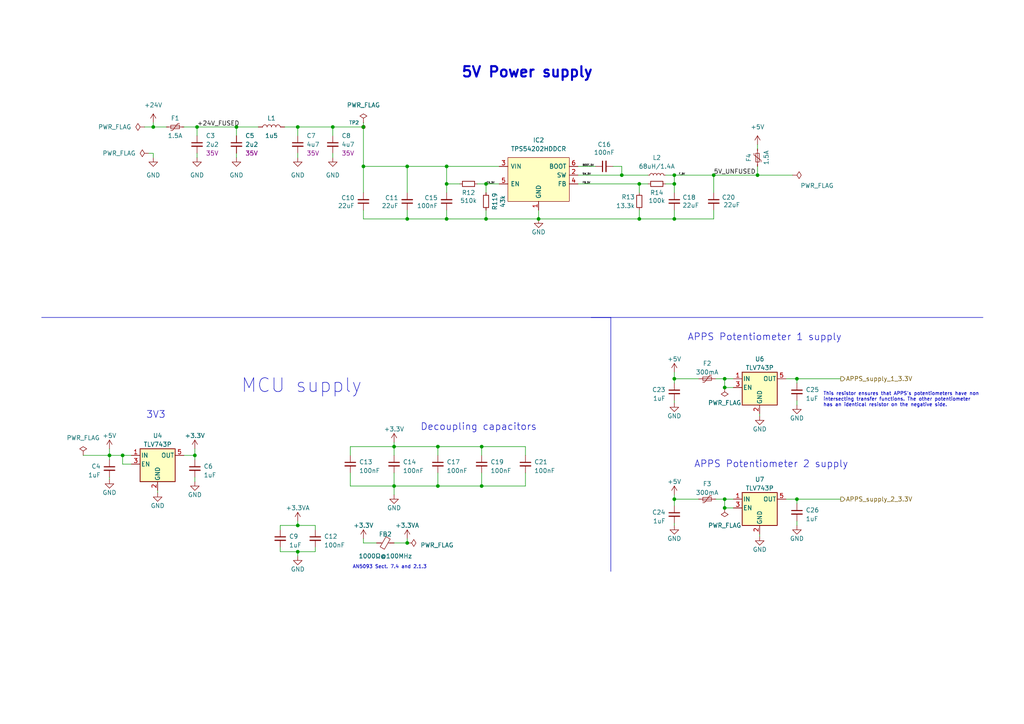
<source format=kicad_sch>
(kicad_sch (version 20231120) (generator "eeschema") (generator_version "8.0")
  (paper "A4")
  (title_block (title "Power section") (date "2023-03-11") (rev "${REVISION}") (company "Author: Szymon Kostrubiec") (comment 1 "Reviewer:"))
  (lib_symbols
    (symbol "Connector:TestPoint_Small" (pin_numbers hide) (pin_names (offset 0.762) hide)
      (property "Reference" "TP" (at 0 3.81 0))
      (property "Value" "TestPoint_Small" (at 0 2.032 0))
      (symbol "TestPoint_Small_0_1"
        (circle (center 0 0) (radius 0.508))
      )
      (symbol "TestPoint_Small_1_1"
        (pin passive line (at 0 0 90) (length 0) (name "1") (number "1"))
      )
    )
    (symbol "Device:C_Small" (pin_numbers hide) (pin_names (offset 0.254) hide)
      (property "Reference" "C" (at 0.254 1.778 0))
      (property "Value" "C_Small" (at 0.254 -2.032 0))
      (symbol "C_Small_0_1"
        (polyline (pts (xy -1.524 -0.508) (xy 1.524 -0.508)) (stroke (width 0.3302)))
        (polyline (pts (xy -1.524 0.508) (xy 1.524 0.508)) (stroke (width 0.3048)))
      )
      (symbol "C_Small_1_1"
        (pin passive line (at 0 2.54 270) (length 2.032) (name "~") (number "1"))
        (pin passive line (at 0 -2.54 90) (length 2.032) (name "~") (number "2"))
      )
    )
    (symbol "Device:FerriteBead_Small" (pin_numbers hide) (pin_names (offset 0))
      (property "Reference" "FB" (at 1.905 1.27 0))
      (property "Value" "FerriteBead_Small" (at 1.905 -1.27 0))
      (symbol "FerriteBead_Small_0_1"
        (polyline (pts (xy 0 -1.27) (xy 0 -0.7874)))
        (polyline (pts (xy 0 0.889) (xy 0 1.2954)))
        (polyline (pts (xy -1.8288 0.2794) (xy -1.1176 1.4986) (xy 1.8288 -0.2032) (xy 1.1176 -1.4224) (xy -1.8288 0.2794)))
      )
      (symbol "FerriteBead_Small_1_1"
        (pin passive line (at 0 2.54 270) (length 1.27) (name "~") (number "1"))
        (pin passive line (at 0 -2.54 90) (length 1.27) (name "~") (number "2"))
      )
    )
    (symbol "Device:L" (pin_numbers hide) (pin_names (offset 1.016) hide)
      (property "Reference" "L" (at -1.27 0 90))
      (property "Value" "L" (at 1.905 0 90))
      (symbol "L_0_1"
        (arc (start 0 -2.54) (mid 0.6323 -1.905) (end 0 -1.27))
        (arc (start 0 -1.27) (mid 0.6323 -0.635) (end 0 0))
        (arc (start 0 0) (mid 0.6323 0.635) (end 0 1.27))
        (arc (start 0 1.27) (mid 0.6323 1.905) (end 0 2.54))
      )
      (symbol "L_1_1"
        (pin passive line (at 0 3.81 270) (length 1.27) (name "1") (number "1"))
        (pin passive line (at 0 -3.81 90) (length 1.27) (name "2") (number "2"))
      )
    )
    (symbol "Device:Polyfuse_Small" (pin_numbers hide) (pin_names (offset 0))
      (property "Reference" "F" (at -1.905 0 90))
      (property "Value" "Polyfuse_Small" (at 1.905 0 90))
      (symbol "Polyfuse_Small_0_1"
        (rectangle (start -0.508 1.27) (end 0.508 -1.27))
        (polyline (pts (xy 0 2.54) (xy 0 -2.54)))
        (polyline (pts (xy -1.016 1.27) (xy -1.016 0.762) (xy 1.016 -0.762) (xy 1.016 -1.27)))
      )
      (symbol "Polyfuse_Small_1_1"
        (pin passive line (at 0 2.54 270) (length 0.635) (name "~") (number "1"))
        (pin passive line (at 0 -2.54 90) (length 0.635) (name "~") (number "2"))
      )
    )
    (symbol "Device:R_Small" (pin_numbers hide) (pin_names (offset 0.254) hide)
      (property "Reference" "R" (at 0.762 0.508 0))
      (property "Value" "R_Small" (at 0.762 -1.016 0))
      (symbol "R_Small_0_1"
        (rectangle (start -0.762 1.778) (end 0.762 -1.778) (stroke (width 0.2032)))
      )
      (symbol "R_Small_1_1"
        (pin passive line (at 0 2.54 270) (length 0.762) (name "~") (number "1"))
        (pin passive line (at 0 -2.54 90) (length 0.762) (name "~") (number "2"))
      )
    )
    (symbol "PWR_FLAG_1" (power) (pin_numbers hide) (pin_names (offset 0) hide)
      (property "Value" "PWR_FLAG" (at 0 3.81 0))
      (symbol "PWR_FLAG_1_0_0"
        (pin power_out line (at 0 0 90) (length 0) (name "~") (number "1"))
      )
      (symbol "PWR_FLAG_1_0_1"
        (polyline (pts (xy 0 0) (xy 0 1.27) (xy -1.016 1.905) (xy 0 2.54) (xy 1.016 1.905) (xy 0 1.27)))
      )
    )
    (symbol "Regulator_Linear:TLV73330PDBV" (pin_names (offset 0.254))
      (property "Reference" "U" (at -3.81 5.715 0))
      (property "Value" "TLV73330PDBV" (at 0 5.715 0))
      (symbol "TLV73330PDBV_0_1"
        (rectangle (start -5.08 4.445) (end 5.08 -5.08) (stroke (width 0.254)) (fill (type background)))
      )
      (symbol "TLV73330PDBV_1_1"
        (pin power_in line (at -7.62 2.54 0) (length 2.54) (name "IN") (number "1"))
        (pin power_in line (at 0 -7.62 90) (length 2.54) (name "GND") (number "2"))
        (pin input line (at -7.62 0 0) (length 2.54) (name "EN") (number "3"))
        (pin no_connect line (at 5.08 0 180) (length 2.54) hide (name "NC") (number "4"))
        (pin power_out line (at 7.62 2.54 180) (length 2.54) (name "OUT") (number "5"))
      )
    )
    (symbol "SamacsysNew:TPS54202HDDCR" (pin_names (offset 0.762))
      (property "Reference" "IC2" (at 0 11.43 0))
      (property "Value" "TPS54202HDDCR" (at 0 8.89 0))
      (symbol "TPS54202HDDCR_0_0"
        (pin passive line (at 11.43 1.27 180) (length 2.54) (name "SW") (number "2"))
        (pin passive line (at -11.43 3.81 0) (length 2.54) (name "VIN") (number "3"))
        (pin passive line (at 11.43 -1.27 180) (length 2.54) (name "FB") (number "4"))
        (pin passive line (at -11.43 -1.27 0) (length 2.54) (name "EN") (number "5"))
        (pin passive line (at 11.43 3.81 180) (length 2.54) (name "BOOT") (number "6"))
      )
      (symbol "TPS54202HDDCR_1_0"
        (pin passive line (at 0 -8.89 90) (length 2.54) (name "GND") (number "1"))
      )
      (symbol "TPS54202HDDCR_1_1"
        (polyline (pts (xy -8.89 6.35) (xy 8.89 6.35) (xy 8.89 -6.35) (xy -8.89 -6.35) (xy -8.89 6.35)) (stroke (width 0.1524)) (fill (type background)))
      )
    )
    (symbol "Samacsys_kicad_sym:SRR4028-271Y" (pin_numbers hide) (pin_names (offset 0) hide)
      (property "Reference" "L" (at 0 5.08 0))
      (property "Value" "270uF" (at 0 2.54 0))
      (symbol "SRR4028-271Y_0_1"
        (arc (start -1.016 0) (mid -1.524 0.5058) (end -2.032 0))
        (arc (start 0 0) (mid -0.508 0.5058) (end -1.016 0))
        (arc (start 1.016 0) (mid 0.508 0.5058) (end 0 0))
        (arc (start 2.032 0) (mid 1.524 0.5058) (end 1.016 0))
      )
      (symbol "SRR4028-271Y_1_1"
        (pin passive line (at -2.54 0 0) (length 0.508) (name "~") (number "1"))
        (pin passive line (at 2.54 0 180) (length 0.508) (name "~") (number "2"))
      )
    )
    (symbol "power:+24V" (power) (pin_names (offset 0))
      (property "Value" "+24V" (at 0 3.556 0))
      (symbol "+24V_0_1"
        (polyline (pts (xy -0.762 1.27) (xy 0 2.54)))
        (polyline (pts (xy 0 0) (xy 0 2.54)))
        (polyline (pts (xy 0 2.54) (xy 0.762 1.27)))
      )
      (symbol "+24V_1_1"
        (pin power_in line (at 0 0 90) (length 0) hide (name "+24V") (number "1"))
      )
    )
    (symbol "power:+3.3V" (power) (pin_names (offset 0))
      (property "Value" "+3.3V" (at 0 3.556 0))
      (symbol "+3.3V_0_1"
        (polyline (pts (xy -0.762 1.27) (xy 0 2.54)))
        (polyline (pts (xy 0 0) (xy 0 2.54)))
        (polyline (pts (xy 0 2.54) (xy 0.762 1.27)))
      )
      (symbol "+3.3V_1_1"
        (pin power_in line (at 0 0 90) (length 0) hide (name "+3.3V") (number "1"))
      )
    )
    (symbol "power:+3.3VA" (power) (pin_names (offset 0))
      (property "Value" "+3.3VA" (at 0 3.556 0))
      (symbol "+3.3VA_0_1"
        (polyline (pts (xy -0.762 1.27) (xy 0 2.54)))
        (polyline (pts (xy 0 0) (xy 0 2.54)))
        (polyline (pts (xy 0 2.54) (xy 0.762 1.27)))
      )
      (symbol "+3.3VA_1_1"
        (pin power_in line (at 0 0 90) (length 0) hide (name "+3.3VA") (number "1"))
      )
    )
    (symbol "power:+5V" (power) (pin_names (offset 0))
      (property "Value" "+5V" (at 0 3.556 0))
      (symbol "+5V_0_1"
        (polyline (pts (xy -0.762 1.27) (xy 0 2.54)))
        (polyline (pts (xy 0 0) (xy 0 2.54)))
        (polyline (pts (xy 0 2.54) (xy 0.762 1.27)))
      )
      (symbol "+5V_1_1"
        (pin power_in line (at 0 0 90) (length 0) hide (name "+5V") (number "1"))
      )
    )
    (symbol "power:GND" (power) (pin_names (offset 0))
      (property "Value" "GND" (at 0 -3.81 0))
      (symbol "GND_0_1"
        (polyline (pts (xy 0 0) (xy 0 -1.27) (xy 1.27 -1.27) (xy 0 -2.54) (xy -1.27 -1.27) (xy 0 -1.27)))
      )
      (symbol "GND_1_1"
        (pin power_in line (at 0 0 270) (length 0) hide (name "GND") (number "1"))
      )
    )
    (symbol "power:PWR_FLAG" (power) (pin_numbers hide) (pin_names (offset 0) hide)
      (property "Value" "PWR_FLAG" (at 0 3.81 0))
      (symbol "PWR_FLAG_0_0"
        (pin power_out line (at 0 0 90) (length 0) (name "pwr") (number "1"))
      )
      (symbol "PWR_FLAG_0_1"
        (polyline (pts (xy 0 0) (xy 0 1.27) (xy -1.016 1.905) (xy 0 2.54) (xy 1.016 1.905) (xy 0 1.27)))
      )
    )
  )
  (junction (at 86.36 36.83))
  (junction (at 139.7 140.97))
  (junction (at 210.185 147.32))
  (junction (at 44.45 36.83))
  (junction (at 127 140.97))
  (junction (at 56.515 132.08))
  (junction (at 35.56 132.08))
  (junction (at 118.11 157.48))
  (junction (at 31.75 132.08))
  (junction (at 185.42 53.34))
  (junction (at 129.54 63.5))
  (junction (at 86.36 152.4))
  (junction (at 105.41 36.83))
  (junction (at 210.185 109.855))
  (junction (at 129.54 48.26))
  (junction (at 96.52 36.83))
  (junction (at 114.3 140.97))
  (junction (at 129.54 53.34))
  (junction (at 105.41 48.26))
  (junction (at 219.71 50.8))
  (junction (at 185.42 63.5))
  (junction (at 68.58 36.83))
  (junction (at 195.58 53.34))
  (junction (at 195.58 50.8))
  (junction (at 195.58 144.78))
  (junction (at 231.14 144.78))
  (junction (at 86.36 160.02))
  (junction (at 180.34 50.8))
  (junction (at 231.14 109.855))
  (junction (at 210.185 112.395))
  (junction (at 118.11 48.26))
  (junction (at 156.21 63.5))
  (junction (at 195.58 63.5))
  (junction (at 195.58 109.855))
  (junction (at 207.01 50.8))
  (junction (at 140.97 53.34))
  (junction (at 114.3 129.54))
  (junction (at 118.11 63.5))
  (junction (at 57.15 36.83))
  (junction (at 210.185 144.78))
  (junction (at 140.97 63.5))
  (junction (at 127 129.54))
  (junction (at 139.7 129.54))
  (wire (pts (xy 177.8 48.26) (xy 180.34 48.26)))
  (wire (pts (xy 227.965 144.78) (xy 231.14 144.78)))
  (wire (pts (xy 220.345 120.015) (xy 220.345 120.65)))
  (wire (pts (xy 210.185 144.78) (xy 210.185 147.32)))
  (wire (pts (xy 101.6 140.97) (xy 101.6 137.16)))
  (wire (pts (xy 105.41 48.26) (xy 118.11 48.26)))
  (wire (pts (xy 195.58 116.205) (xy 195.58 116.84)))
  (wire (pts (xy 81.28 158.75) (xy 81.28 160.02)))
  (wire (pts (xy 86.36 151.13) (xy 86.36 152.4)))
  (wire (pts (xy 129.54 48.26) (xy 118.11 48.26)))
  (wire (pts (xy 81.28 152.4) (xy 86.36 152.4)))
  (wire (pts (xy 96.52 44.45) (xy 96.52 45.72)))
  (wire (pts (xy 56.515 132.08) (xy 56.515 133.35)))
  (wire (pts (xy 195.58 53.34) (xy 195.58 55.88)))
  (wire (pts (xy 105.41 157.48) (xy 109.22 157.48)))
  (polyline (pts (xy 177.165 92.075) (xy 171.45 92.075)))
  (wire (pts (xy 118.11 63.5) (xy 129.54 63.5)))
  (wire (pts (xy 105.41 36.83) (xy 105.41 48.26)))
  (wire (pts (xy 44.45 44.45) (xy 44.45 45.72)))
  (wire (pts (xy 57.15 36.83) (xy 68.58 36.83)))
  (wire (pts (xy 195.58 107.95) (xy 195.58 109.855)))
  (wire (pts (xy 129.54 53.34) (xy 129.54 55.88)))
  (wire (pts (xy 195.58 111.125) (xy 195.58 109.855)))
  (wire (pts (xy 231.14 151.13) (xy 231.14 152.4)))
  (wire (pts (xy 35.56 132.08) (xy 38.1 132.08)))
  (wire (pts (xy 231.14 116.205) (xy 231.14 117.475)))
  (wire (pts (xy 193.04 50.8) (xy 195.58 50.8)))
  (wire (pts (xy 45.72 142.24) (xy 45.72 142.875)))
  (wire (pts (xy 140.97 63.5) (xy 156.21 63.5)))
  (wire (pts (xy 139.7 140.97) (xy 127 140.97)))
  (wire (pts (xy 105.41 156.21) (xy 105.41 157.48)))
  (wire (pts (xy 68.58 36.83) (xy 74.93 36.83)))
  (wire (pts (xy 43.18 44.45) (xy 44.45 44.45)))
  (wire (pts (xy 53.34 132.08) (xy 56.515 132.08)))
  (wire (pts (xy 81.28 153.67) (xy 81.28 152.4)))
  (wire (pts (xy 167.64 53.34) (xy 185.42 53.34)))
  (wire (pts (xy 105.41 63.5) (xy 118.11 63.5)))
  (wire (pts (xy 68.58 36.83) (xy 68.58 39.37)))
  (wire (pts (xy 180.34 50.8) (xy 180.34 48.26)))
  (wire (pts (xy 86.36 152.4) (xy 91.44 152.4)))
  (wire (pts (xy 140.97 60.96) (xy 140.97 63.5)))
  (wire (pts (xy 86.36 36.83) (xy 96.52 36.83)))
  (wire (pts (xy 227.965 109.855) (xy 231.14 109.855)))
  (wire (pts (xy 68.58 44.45) (xy 68.58 45.72)))
  (wire (pts (xy 127 137.16) (xy 127 140.97)))
  (wire (pts (xy 31.75 132.08) (xy 35.56 132.08)))
  (wire (pts (xy 167.64 48.26) (xy 172.72 48.26)))
  (wire (pts (xy 139.7 129.54) (xy 139.7 132.08)))
  (wire (pts (xy 219.71 50.8) (xy 229.87 50.8)))
  (wire (pts (xy 91.44 160.02) (xy 91.44 158.75)))
  (wire (pts (xy 114.3 137.16) (xy 114.3 140.97)))
  (wire (pts (xy 210.185 144.78) (xy 212.725 144.78)))
  (wire (pts (xy 114.3 128.27) (xy 114.3 129.54)))
  (wire (pts (xy 207.645 144.78) (xy 210.185 144.78)))
  (wire (pts (xy 231.14 144.78) (xy 231.14 146.05)))
  (wire (pts (xy 195.58 144.78) (xy 195.58 146.685)))
  (wire (pts (xy 129.54 48.26) (xy 129.54 53.34)))
  (wire (pts (xy 152.4 137.16) (xy 152.4 140.97)))
  (wire (pts (xy 129.54 48.26) (xy 144.78 48.26)))
  (wire (pts (xy 138.43 53.34) (xy 140.97 53.34)))
  (wire (pts (xy 152.4 132.08) (xy 152.4 129.54)))
  (wire (pts (xy 101.6 129.54) (xy 114.3 129.54)))
  (wire (pts (xy 129.54 53.34) (xy 133.35 53.34)))
  (wire (pts (xy 195.58 151.765) (xy 195.58 152.4)))
  (wire (pts (xy 105.41 60.96) (xy 105.41 63.5)))
  (wire (pts (xy 114.3 129.54) (xy 127 129.54)))
  (wire (pts (xy 219.71 48.26) (xy 219.71 50.8)))
  (wire (pts (xy 86.36 160.02) (xy 86.36 161.29)))
  (wire (pts (xy 185.42 55.88) (xy 185.42 53.34)))
  (wire (pts (xy 127 140.97) (xy 114.3 140.97)))
  (wire (pts (xy 207.645 109.855) (xy 210.185 109.855)))
  (wire (pts (xy 118.11 48.26) (xy 118.11 55.88)))
  (wire (pts (xy 156.21 63.5) (xy 185.42 63.5)))
  (wire (pts (xy 31.75 133.35) (xy 31.75 132.08)))
  (wire (pts (xy 57.15 36.83) (xy 57.15 39.37)))
  (wire (pts (xy 114.3 157.48) (xy 118.11 157.48)))
  (polyline (pts (xy 177.165 165.735) (xy 177.165 92.075)))
  (wire (pts (xy 220.345 154.94) (xy 220.345 155.575)))
  (wire (pts (xy 86.36 36.83) (xy 86.36 39.37)))
  (wire (pts (xy 193.04 53.34) (xy 195.58 53.34)))
  (wire (pts (xy 152.4 140.97) (xy 139.7 140.97)))
  (wire (pts (xy 41.91 36.83) (xy 44.45 36.83)))
  (wire (pts (xy 210.185 109.855) (xy 210.185 112.395)))
  (wire (pts (xy 195.58 143.51) (xy 195.58 144.78)))
  (polyline (pts (xy 177.165 92.075) (xy 285.115 92.075)))
  (wire (pts (xy 56.515 138.43) (xy 56.515 139.7)))
  (wire (pts (xy 152.4 129.54) (xy 139.7 129.54)))
  (wire (pts (xy 57.15 44.45) (xy 57.15 45.72)))
  (wire (pts (xy 212.725 112.395) (xy 210.185 112.395)))
  (wire (pts (xy 129.54 63.5) (xy 140.97 63.5)))
  (wire (pts (xy 195.58 144.78) (xy 202.565 144.78)))
  (wire (pts (xy 56.515 130.175) (xy 56.515 132.08)))
  (wire (pts (xy 195.58 50.8) (xy 195.58 53.34)))
  (wire (pts (xy 105.41 35.56) (xy 105.41 36.83)))
  (wire (pts (xy 31.75 138.43) (xy 31.75 139.065)))
  (wire (pts (xy 96.52 36.83) (xy 96.52 39.37)))
  (wire (pts (xy 195.58 63.5) (xy 185.42 63.5)))
  (wire (pts (xy 195.58 109.855) (xy 202.565 109.855)))
  (wire (pts (xy 231.14 109.855) (xy 231.14 111.125)))
  (wire (pts (xy 91.44 152.4) (xy 91.44 153.67)))
  (wire (pts (xy 82.55 36.83) (xy 86.36 36.83)))
  (wire (pts (xy 140.97 53.34) (xy 140.97 55.88)))
  (wire (pts (xy 231.14 109.855) (xy 243.84 109.855)))
  (wire (pts (xy 24.13 132.08) (xy 31.75 132.08)))
  (wire (pts (xy 35.56 132.08) (xy 35.56 134.62)))
  (wire (pts (xy 210.185 109.855) (xy 212.725 109.855)))
  (wire (pts (xy 139.7 137.16) (xy 139.7 140.97)))
  (wire (pts (xy 127 129.54) (xy 139.7 129.54)))
  (wire (pts (xy 195.58 50.8) (xy 207.01 50.8)))
  (wire (pts (xy 185.42 53.34) (xy 187.96 53.34)))
  (wire (pts (xy 180.34 50.8) (xy 187.96 50.8)))
  (wire (pts (xy 118.11 157.48) (xy 118.11 156.21)))
  (wire (pts (xy 167.64 50.8) (xy 180.34 50.8)))
  (wire (pts (xy 207.01 60.96) (xy 207.01 63.5)))
  (wire (pts (xy 127 129.54) (xy 127 132.08)))
  (wire (pts (xy 86.36 160.02) (xy 91.44 160.02)))
  (wire (pts (xy 140.97 53.34) (xy 144.78 53.34)))
  (wire (pts (xy 114.3 129.54) (xy 114.3 132.08)))
  (wire (pts (xy 118.11 60.96) (xy 118.11 63.5)))
  (wire (pts (xy 114.3 140.97) (xy 114.3 143.51)))
  (wire (pts (xy 207.01 63.5) (xy 195.58 63.5)))
  (wire (pts (xy 129.54 63.5) (xy 129.54 60.96)))
  (wire (pts (xy 96.52 36.83) (xy 105.41 36.83)))
  (wire (pts (xy 219.71 41.91) (xy 219.71 43.18)))
  (wire (pts (xy 231.14 144.78) (xy 243.84 144.78)))
  (wire (pts (xy 44.45 36.83) (xy 48.26 36.83)))
  (wire (pts (xy 156.21 60.96) (xy 156.21 63.5)))
  (wire (pts (xy 212.725 147.32) (xy 210.185 147.32)))
  (wire (pts (xy 207.01 50.8) (xy 207.01 55.88)))
  (polyline (pts (xy 12.065 92.075) (xy 177.165 92.075)))
  (wire (pts (xy 53.34 36.83) (xy 57.15 36.83)))
  (wire (pts (xy 44.45 35.56) (xy 44.45 36.83)))
  (wire (pts (xy 38.1 134.62) (xy 35.56 134.62)))
  (wire (pts (xy 86.36 44.45) (xy 86.36 45.72)))
  (wire (pts (xy 207.01 50.8) (xy 219.71 50.8)))
  (wire (pts (xy 31.75 130.175) (xy 31.75 132.08)))
  (wire (pts (xy 105.41 48.26) (xy 105.41 55.88)))
  (wire (pts (xy 101.6 132.08) (xy 101.6 129.54)))
  (wire (pts (xy 195.58 60.96) (xy 195.58 63.5)))
  (wire (pts (xy 185.42 63.5) (xy 185.42 60.96)))
  (wire (pts (xy 114.3 140.97) (xy 101.6 140.97)))
  (wire (pts (xy 81.28 160.02) (xy 86.36 160.02)))
  (text "APPS Potentiometer 2 supply" (at 201.295 135.89 0) (effects (font (size 2 2)) (justify left bottom)))
  (text "5V Power supply\n" (at 152.908 21.082 0) (effects (font (size 3 3) (thickness 0.6) (bold yes))))
  (text "Decoupling capacitors" (at 121.92 125.095 0) (effects (font (size 2 2)) (justify left bottom)))
  (text "3V3" (at 45.212 120.396 0) (effects (font (size 2 2))))
  (text "AN5093 Sect. 7.4 and 2.1.3" (at 102.235 165.1 0) (effects (font (size 1 1)) (justify left bottom)))
  (text "This resistor ensures that APPS's potentiometers have non \nintersecting transfer functions. The other potentiometer \nhas an identical resistor on the negative side." (at 238.76 118.11 0) (effects (font (size 1 1)) (justify left bottom)))
  (text "APPS Potentiometer 1 supply" (at 199.39 99.06 0) (effects (font (size 2 2)) (justify left bottom)))
  (text "MCU supply" (at 69.85 114.3 0) (effects (font (size 4 4)) (justify left bottom)))
  (label "5V_UNFUSED" (at 207.01 50.8 0))
  (label "SW_5V" (at 168.91 50.8 0) (effects (font (size 0.5 0.5))))
  (label "BOOT_5V" (at 168.91 48.26 0) (effects (font (size 0.5 0.5))))
  (label "+24V_FUSED" (at 57.15 36.83 0))
  (label "F_5V" (at 196.85 50.8 0) (effects (font (size 0.5 0.5))))
  (label "FB_5V" (at 168.91 53.34 0) (effects (font (size 0.5 0.5))))
  (label "EN_5V" (at 143.51 53.34 180) (effects (font (size 0.5 0.5))))
  (hierarchical_label "APPS_supply_2_3.3V" (shape output) (at 243.84 144.78 0))
  (hierarchical_label "APPS_supply_1_3.3V" (shape output) (at 243.84 109.855 0))
  (symbol (lib_id "power:PWR_FLAG") (at 229.87 50.8 270) (unit 1)
    (property "Reference" "#FLG06" (effects (hide yes)))
    (property "Value" "PWR_FLAG" (at 232.156 53.848 90) (effects (justify left)))
  )
  (symbol (lib_id "power:PWR_FLAG") (at 210.185 112.395 180) (unit 1)
    (property "Reference" "#FLG07" (effects (hide yes)))
    (property "Value" "PWR_FLAG" (at 210.185 116.84 0))
  )
  (symbol (lib_id "Device:C_Small") (at 105.41 58.42 180) (unit 1)
    (property "Reference" "C10" (at 102.87 57.3786 0) (effects (justify left)))
    (property "Value" "22uF" (at 102.87 59.69 0) (effects (justify left)))
    (property "Footprint" "Capacitor_SMD:C_0805_2012Metric" (effects (hide yes)))
    (property "Manufacturer_Name" "MCASH21GCC7684MTCA1J" (effects (hide yes)))
    (property "Manufacturer_Part_Number" "CL21A107MQYNNWE" (effects (hide yes)))
    (property "Mouser Part Number" "810-C2012X5R1V226MAC" (effects (hide yes)))
  )
  (symbol (lib_name "PWR_FLAG_1") (lib_id "power:PWR_FLAG") (at 24.13 132.08 0) (unit 1)
    (property "Reference" "#FLG011" (effects (hide yes)))
    (property "Value" "PWR_FLAG" (at 24.13 127 0))
    (property "Description" "Special symbol for telling ERC where power comes from" (effects (hide yes)))
  )
  (symbol (lib_id "Device:C_Small") (at 31.75 135.89 0) (mirror y) (unit 1)
    (property "Reference" "C4" (at 29.21 135.2613 0) (effects (justify left)))
    (property "Value" "1uF" (at 29.21 137.8013 0) (effects (justify left)))
    (property "Footprint" "Capacitor_SMD:C_0402_1005Metric_Pad0.74x0.62mm_HandSolder" (effects (hide yes)))
  )
  (symbol (lib_id "Device:C_Small") (at 195.58 113.665 0) (mirror y) (unit 1)
    (property "Reference" "C23" (at 193.04 113.0363 0) (effects (justify left)))
    (property "Value" "1uF" (at 193.04 115.5763 0) (effects (justify left)))
    (property "Footprint" "Capacitor_SMD:C_0402_1005Metric_Pad0.74x0.62mm_HandSolder" (effects (hide yes)))
  )
  (symbol (lib_id "Regulator_Linear:TLV73330PDBV") (at 220.345 147.32 0) (unit 1)
    (property "Reference" "U7" (at 220.345 139.065 0))
    (property "Value" "TLV743P" (at 220.345 141.605 0))
    (property "Footprint" "Package_TO_SOT_SMD:SOT-23-5_HandSoldering" (effects (hide yes)))
    (property "Datasheet" "https://www.mouser.pl/ProductDetail/Texas-Instruments/TLV74333PDBVR?qs=EU6FO9ffTwe08kePOwcQGA%3D%3D" (effects (hide yes)))
  )
  (symbol (lib_id "Device:R_Small") (at 140.97 58.42 0) (unit 1)
    (property "Reference" "R119" (at 143.51 58.42 90))
    (property "Value" "43k" (at 145.8214 58.42 90))
    (property "Footprint" "Resistor_SMD:R_0603_1608Metric" (effects (hide yes)))
    (property "Manufacturer_Name" "--" (effects (hide yes)))
    (property "Manufacturer_Part_Number" "RT0603DRD07510KL" (effects (hide yes)))
    (property "Mouser Part Number" "603-RT0603DRD07510KL" (effects (hide yes)))
    (property "Mouser Price/Stock" "https://www.mouser.pl/ProductDetail/YAGEO/RT0603DRD07510KL?qs=sGAEpiMZZMvdGkrng054ty4ODOmm8zHWC2NtN%2FxoXMDt5RcWrhCwTg%3D%3D" (effects (hide yes)))
  )
  (symbol (lib_id "Device:C_Small") (at 114.3 134.62 0) (unit 1)
    (property "Reference" "C14" (at 116.84 133.9913 0) (effects (justify left)))
    (property "Value" "100nF" (at 116.84 136.5313 0) (effects (justify left)))
    (property "Footprint" "Capacitor_SMD:C_0402_1005Metric_Pad0.74x0.62mm_HandSolder" (effects (hide yes)))
  )
  (symbol (lib_id "Device:C_Small") (at 57.15 41.91 0) (mirror y) (unit 1)
    (property "Reference" "C3" (at 59.69 39.37 0) (effects (justify right)))
    (property "Value" "2u2" (at 59.69 41.91 0) (effects (justify right)))
    (property "Footprint" "Capacitor_SMD:C_0805_2012Metric" (effects (hide yes)))
    (property "Rated Voltage" "35V" (at 59.69 44.45 0) (effects (justify right)))
  )
  (symbol (lib_id "power:+3.3VA") (at 118.11 156.21 0) (unit 1)
    (property "Reference" "#PWR046" (effects (hide yes)))
    (property "Value" "+3.3VA" (at 118.11 152.4 0))
  )
  (symbol (lib_id "Device:C_Small") (at 118.11 58.42 180) (unit 1)
    (property "Reference" "C11" (at 115.57 57.3786 0) (effects (justify left)))
    (property "Value" "22uF" (at 115.57 59.69 0) (effects (justify left)))
    (property "Footprint" "Capacitor_SMD:C_0805_2012Metric" (effects (hide yes)))
    (property "Manufacturer_Name" "MCASH21GCC7684MTCA1J" (effects (hide yes)))
    (property "Manufacturer_Part_Number" "CL21A107MQYNNWE" (effects (hide yes)))
    (property "Mouser Part Number" "810-C2012X5R1V226MAC" (effects (hide yes)))
  )
  (symbol (lib_id "Regulator_Linear:TLV73330PDBV") (at 45.72 134.62 0) (unit 1)
    (property "Reference" "U4" (at 45.72 126.365 0))
    (property "Value" "TLV743P" (at 45.72 128.905 0))
    (property "Footprint" "Package_TO_SOT_SMD:SOT-23-5_HandSoldering" (effects (hide yes)))
    (property "Datasheet" "https://www.mouser.pl/ProductDetail/Texas-Instruments/TLV74333PDBVR?qs=EU6FO9ffTwe08kePOwcQGA%3D%3D" (effects (hide yes)))
  )
  (symbol (lib_id "power:GND") (at 114.3 143.51 0) (unit 1)
    (property "Reference" "#PWR045" (effects (hide yes)))
    (property "Value" "GND" (at 114.3 147.32 0))
  )
  (symbol (lib_id "Device:Polyfuse_Small") (at 50.8 36.83 90) (unit 1)
    (property "Reference" "F1" (at 50.8 34.29 90))
    (property "Value" "1.5A" (at 50.8 39.37 90))
    (property "Footprint" "Fuse:Fuse_1812_4532Metric" (effects (hide yes)))
    (property "Datasheet" "https://www.mouser.pl/datasheet/2/87/eaton_pts1812_6_60_volt_dc_surface_mount_resettabl-1608747.pdf" (effects (hide yes)))
    (property "Component" "PTS181233V075" (effects (hide yes)))
    (instances (project "PUTM_EV_Frontbox_2023" (path "" (reference "F1") (unit 1))) (project "suspension_tension_meter" (path "" (reference "F?") (unit 1))))
  )
  (symbol (lib_id "Device:R_Small") (at 135.89 53.34 270) (unit 1)
    (property "Reference" "R12" (at 135.89 55.88 90))
    (property "Value" "510k" (at 135.89 58.1914 90))
    (property "Footprint" "Resistor_SMD:R_0603_1608Metric" (effects (hide yes)))
    (property "Manufacturer_Name" "--" (effects (hide yes)))
    (property "Manufacturer_Part_Number" "RT0603DRD07510KL" (effects (hide yes)))
    (property "Mouser Part Number" "603-RT0603DRD07510KL" (effects (hide yes)))
    (property "Mouser Price/Stock" "https://www.mouser.pl/ProductDetail/YAGEO/RT0603DRD07510KL?qs=sGAEpiMZZMvdGkrng054ty4ODOmm8zHWC2NtN%2FxoXMDt5RcWrhCwTg%3D%3D" (effects (hide yes)))
  )
  (symbol (lib_id "power:GND") (at 231.14 152.4 0) (unit 1)
    (property "Reference" "#PWR059" (effects (hide yes)))
    (property "Value" "GND" (at 231.14 156.21 0))
  )
  (symbol (lib_id "Device:L") (at 78.74 36.83 90) (unit 1)
    (property "Reference" "L1" (at 78.74 34.29 90))
    (property "Value" "1u5" (at 78.74 39.37 90))
    (property "Footprint" "Inductor_SMD:L_Abracon_ASPI-4030S" (effects (hide yes)))
    (property "Datasheet" "https://www.mouser.pl/datasheet/2/3/ASPI-4030S-1774929.pdf" (effects (hide yes)))
  )
  (symbol (lib_id "Device:C_Small") (at 175.26 48.26 90) (unit 1)
    (property "Reference" "C16" (at 175.26 41.91 90))
    (property "Value" "100nF" (at 175.26 44.2214 90))
    (property "Footprint" "Capacitor_SMD:C_0603_1608Metric" (effects (hide yes)))
    (property "Manufacturer_Name" "--" (effects (hide yes)))
    (property "Manufacturer_Part_Number" "C0603C104J3RACTU" (effects (hide yes)))
    (property "Mouser Part Number" "--" (effects (hide yes)))
    (property "Mouser Price/Stock" "https://www.mouser.pl/ProductDetail/KEMET/C0603C104J3RACTU?qs=EHsFn6hSx4W0Oy0I8JUofQ%3D%3D" (effects (hide yes)))
  )
  (symbol (lib_id "power:GND") (at 220.345 155.575 0) (unit 1)
    (property "Reference" "#PWR057" (effects (hide yes)))
    (property "Value" "GND" (at 220.345 159.385 0))
  )
  (symbol (lib_id "power:PWR_FLAG") (at 118.11 157.48 270) (unit 1)
    (property "Reference" "#FLG05" (effects (hide yes)))
    (property "Value" "PWR_FLAG" (at 121.92 158.115 90) (effects (justify left)))
  )
  (symbol (lib_id "power:+3.3V") (at 56.515 130.175 0) (unit 1)
    (property "Reference" "#PWR033" (effects (hide yes)))
    (property "Value" "+3.3V" (at 56.515 126.365 0))
  )
  (symbol (lib_id "Device:Polyfuse_Small") (at 205.105 144.78 90) (unit 1)
    (property "Reference" "F3" (at 205.105 140.335 90))
    (property "Value" "300mA" (at 205.105 142.875 90))
    (property "Footprint" "Fuse:Fuse_0603_1608Metric_Pad1.05x0.95mm_HandSolder" (effects (hide yes)))
    (property "Datasheet" "https://www.mouser.pl/datasheet/2/447/YAGO_S_A0011407805_1-2572780.pdf" (effects (hide yes)))
  )
  (symbol (lib_id "Device:Polyfuse_Small") (at 219.71 45.72 180) (unit 1)
    (property "Reference" "F4" (at 217.17 45.72 90))
    (property "Value" "1.5A" (at 222.25 45.72 90))
    (property "Footprint" "Fuse:Fuse_1812_4532Metric" (effects (hide yes)))
    (property "Datasheet" "https://www.mouser.pl/datasheet/2/87/eaton_pts1812_6_60_volt_dc_surface_mount_resettabl-1608747.pdf" (effects (hide yes)))
    (property "Component" "PTS181233V075" (effects (hide yes)))
  )
  (symbol (lib_id "Device:C_Small") (at 86.36 41.91 0) (mirror y) (unit 1)
    (property "Reference" "C7" (at 88.9 39.37 0) (effects (justify right)))
    (property "Value" "4u7" (at 88.9 41.91 0) (effects (justify right)))
    (property "Footprint" "Capacitor_SMD:C_0805_2012Metric" (effects (hide yes)))
    (property "Rated Voltage" "35V" (at 88.9 44.45 0) (effects (justify right)))
  )
  (symbol (lib_id "Device:C_Small") (at 68.58 41.91 0) (mirror y) (unit 1)
    (property "Reference" "C5" (at 71.12 39.37 0) (effects (justify right)))
    (property "Value" "2u2" (at 71.12 41.91 0) (effects (justify right)))
    (property "Footprint" "Capacitor_SMD:C_0805_2012Metric" (effects (hide yes)))
    (property "Rated Voltage" "35V" (at 71.12 44.45 0) (effects (justify right)))
  )
  (symbol (lib_id "Device:C_Small") (at 139.7 134.62 0) (unit 1)
    (property "Reference" "C19" (at 142.24 133.9913 0) (effects (justify left)))
    (property "Value" "100nF" (at 142.24 136.5313 0) (effects (justify left)))
    (property "Footprint" "Capacitor_SMD:C_0402_1005Metric_Pad0.74x0.62mm_HandSolder" (effects (hide yes)))
  )
  (symbol (lib_id "power:+5V") (at 31.75 130.175 0) (unit 1)
    (property "Reference" "#PWR029" (effects (hide yes)))
    (property "Value" "+5V" (at 31.75 126.365 0))
  )
  (symbol (lib_id "power:GND") (at 86.36 161.29 0) (unit 1)
    (property "Reference" "#PWR038" (effects (hide yes)))
    (property "Value" "GND" (at 86.36 165.1 0))
  )
  (symbol (lib_id "Device:C_Small") (at 195.58 149.225 0) (mirror y) (unit 1)
    (property "Reference" "C24" (at 193.04 148.5963 0) (effects (justify left)))
    (property "Value" "1uF" (at 193.04 151.1363 0) (effects (justify left)))
    (property "Footprint" "Capacitor_SMD:C_0402_1005Metric_Pad0.74x0.62mm_HandSolder" (effects (hide yes)))
  )
  (symbol (lib_id "Samacsys_kicad_sym:SRR4028-271Y") (at 190.5 50.8 0) (unit 1)
    (property "Reference" "L2" (at 190.5 45.72 0))
    (property "Value" "68uH/1.4A" (at 190.5 48.26 0))
    (property "Footprint" "Inductor_SMD:L_TDK_VLS6045EX_VLS6045AF" (effects (hide yes)))
    (property "Datasheet" "https://product.tdk.com/system/files/dam/doc/product/inductor/inductor/smd/catalog/inductor_commercial_power_vls6045ex_en.pdf" (effects (hide yes)))
    (property "Description" "Power Inductors - SMD 68uH 20% 0.31mohms 1A 6x6x4.5mm" (effects (hide yes)))
    (property "Height" "4.5mm" (effects (hide yes)))
    (property "Mouser Part Number" "810-VLS6045EX-680M" (effects (hide yes)))
    (property "Mouser Price/Stock" "https://www.mouser.pl/ProductDetail/TDK/VLS6045EX-680M?qs=oF%2FSscNnLpBLjomrKRgHaA%3D%3D" (effects (hide yes)))
    (property "Manufacturer_Name" "TDK" (effects (hide yes)))
    (property "Manufacturer_Part_Number" " VLS6045EX-680M" (effects (hide yes)))
  )
  (symbol (lib_id "power:+5V") (at 195.58 143.51 0) (unit 1)
    (property "Reference" "#PWR054" (effects (hide yes)))
    (property "Value" "+5V" (at 195.58 139.7 0))
  )
  (symbol (lib_id "Device:C_Small") (at 207.01 58.42 0) (unit 1)
    (property "Reference" "C20" (at 209.3468 57.2516 0) (effects (justify left)))
    (property "Value" "22uF" (at 209.804 59.436 0) (effects (justify left)))
    (property "Footprint" "Capacitor_SMD:C_0805_2012Metric" (effects (hide yes)))
    (property "Manufacturer_Name" "MCASH21GCC7684MTCA1J" (effects (hide yes)))
    (property "Manufacturer_Part_Number" "CL21A107MQYNNWE" (effects (hide yes)))
    (property "Mouser Part Number" "810-C2012X5R1V226MAC" (effects (hide yes)))
  )
  (symbol (lib_id "Regulator_Linear:TLV73330PDBV") (at 220.345 112.395 0) (unit 1)
    (property "Reference" "U6" (at 220.345 104.14 0))
    (property "Value" "TLV743P" (at 220.345 106.68 0))
    (property "Footprint" "Package_TO_SOT_SMD:SOT-23-5_HandSoldering" (effects (hide yes)))
    (property "Datasheet" "https://www.mouser.pl/ProductDetail/Texas-Instruments/TLV74333PDBVR?qs=EU6FO9ffTwe08kePOwcQGA%3D%3D" (effects (hide yes)))
  )
  (symbol (lib_id "power:GND") (at 220.345 120.65 0) (unit 1)
    (property "Reference" "#PWR056" (effects (hide yes)))
    (property "Value" "GND" (at 220.345 124.46 0))
  )
  (symbol (lib_id "Device:C_Small") (at 96.52 41.91 0) (mirror y) (unit 1)
    (property "Reference" "C8" (at 99.06 39.37 0) (effects (justify right)))
    (property "Value" "4u7" (at 99.06 41.91 0) (effects (justify right)))
    (property "Footprint" "Capacitor_SMD:C_0805_2012Metric" (effects (hide yes)))
    (property "Rated Voltage" "35V" (at 99.06 44.45 0) (effects (justify right)))
  )
  (symbol (lib_id "power:PWR_FLAG") (at 210.185 147.32 180) (unit 1)
    (property "Reference" "#FLG08" (effects (hide yes)))
    (property "Value" "PWR_FLAG" (at 210.185 152.4 0))
  )
  (symbol (lib_id "Connector:TestPoint_Small") (at 105.41 36.83 0) (unit 1)
    (property "Reference" "TP2" (at 104.14 35.56 0) (effects (font (size 1 1)) (justify right)))
    (property "Value" "TestPoint_Small" (effects (hide yes)))
    (property "Footprint" "TestPoint:TestPoint_THTPad_D1.0mm_Drill0.5mm" (effects (hide yes)))
  )
  (symbol (lib_id "Device:R_Small") (at 190.5 53.34 90) (unit 1)
    (property "Reference" "R14" (at 190.5 55.88 90))
    (property "Value" "100k" (at 190.5 58.1914 90))
    (property "Footprint" "Resistor_SMD:R_0603_1608Metric" (effects (hide yes)))
    (property "Manufacturer_Name" "--" (effects (hide yes)))
    (property "Manufacturer_Part_Number" "RT0603DRE07100KL" (effects (hide yes)))
    (property "Mouser Part Number" "--" (effects (hide yes)))
    (property "Mouser Price/Stock" "https://www.mouser.pl/ProductDetail/YAGEO/RT0603DRE07100KL?qs=sGAEpiMZZMvdGkrng054t1nmr2c61WvadC66rbrHowc%3D" (effects (hide yes)))
  )
  (symbol (lib_id "power:PWR_FLAG") (at 43.18 44.45 90) (unit 1)
    (property "Reference" "#FLG03" (effects (hide yes)))
    (property "Value" "PWR_FLAG" (at 39.37 44.45 90) (effects (justify left)))
    (instances (project "PUTM_EV_Frontbox_2023" (path "" (reference "#FLG03") (unit 1))) (project "suspension_tension_meter" (path "" (reference "#FLG?") (unit 1))))
  )
  (symbol (lib_id "power:GND") (at 156.21 63.5 0) (unit 1)
    (property "Reference" "#PWR042" (effects (hide yes)))
    (property "Value" "GND" (at 156.21 67.31 0))
  )
  (symbol (lib_id "power:GND") (at 45.72 142.875 0) (unit 1)
    (property "Reference" "#PWR032" (effects (hide yes)))
    (property "Value" "GND" (at 45.72 146.685 0))
  )
  (symbol (lib_id "power:GND") (at 44.45 45.72 0) (unit 1)
    (property "Reference" "#PWR027" (effects (hide yes)))
    (property "Value" "GND" (at 44.45 50.8 0))
    (instances (project "PUTM_EV_Frontbox_2023" (path "" (reference "#PWR027") (unit 1))) (project "suspension_tension_meter" (path "" (reference "#PWR?") (unit 1))))
  )
  (symbol (lib_id "power:+5V") (at 195.58 107.95 0) (unit 1)
    (property "Reference" "#PWR052" (effects (hide yes)))
    (property "Value" "+5V" (at 195.58 104.14 0))
  )
  (symbol (lib_id "power:+24V") (at 44.45 35.56 0) (unit 1)
    (property "Reference" "#PWR026" (effects (hide yes)))
    (property "Value" "+24V" (at 44.45 30.48 0))
  )
  (symbol (lib_id "Device:C_Small") (at 56.515 135.89 0) (unit 1)
    (property "Reference" "C6" (at 59.055 135.2613 0) (effects (justify left)))
    (property "Value" "1uF" (at 59.055 137.8013 0) (effects (justify left)))
    (property "Footprint" "Capacitor_SMD:C_0402_1005Metric_Pad0.74x0.62mm_HandSolder" (effects (hide yes)))
  )
  (symbol (lib_id "power:GND") (at 31.75 139.065 0) (unit 1)
    (property "Reference" "#PWR030" (effects (hide yes)))
    (property "Value" "GND" (at 31.75 142.875 0))
  )
  (symbol (lib_id "power:PWR_FLAG") (at 105.41 35.56 0) (unit 1)
    (property "Reference" "#FLG04" (effects (hide yes)))
    (property "Value" "PWR_FLAG" (at 105.41 30.48 0))
    (instances (project "PUTM_EV_Frontbox_2023" (path "" (reference "#FLG04") (unit 1))) (project "suspension_tension_meter" (path "" (reference "#FLG?") (unit 1))))
  )
  (symbol (lib_id "power:+3.3V") (at 105.41 156.21 0) (unit 1)
    (property "Reference" "#PWR043" (effects (hide yes)))
    (property "Value" "+3.3V" (at 105.41 152.4 0))
  )
  (symbol (lib_id "Device:C_Small") (at 101.6 134.62 0) (unit 1)
    (property "Reference" "C13" (at 104.14 133.9913 0) (effects (justify left)))
    (property "Value" "100nF" (at 104.14 136.5313 0) (effects (justify left)))
    (property "Footprint" "Capacitor_SMD:C_0402_1005Metric_Pad0.74x0.62mm_HandSolder" (effects (hide yes)))
  )
  (symbol (lib_id "power:PWR_FLAG") (at 41.91 36.83 90) (unit 1)
    (property "Reference" "#FLG02" (effects (hide yes)))
    (property "Value" "PWR_FLAG" (at 38.1 36.83 90) (effects (justify left)))
    (instances (project "PUTM_EV_Frontbox_2023" (path "" (reference "#FLG02") (unit 1))) (project "suspension_tension_meter" (path "" (reference "#FLG?") (unit 1))))
  )
  (symbol (lib_id "power:GND") (at 195.58 152.4 0) (unit 1)
    (property "Reference" "#PWR055" (effects (hide yes)))
    (property "Value" "GND" (at 195.58 156.21 0))
  )
  (symbol (lib_id "Device:C_Small") (at 152.4 134.62 0) (unit 1)
    (property "Reference" "C21" (at 154.94 133.9913 0) (effects (justify left)))
    (property "Value" "100nF" (at 154.94 136.5313 0) (effects (justify left)))
    (property "Footprint" "Capacitor_SMD:C_0402_1005Metric_Pad0.74x0.62mm_HandSolder" (effects (hide yes)))
  )
  (symbol (lib_id "Device:R_Small") (at 185.42 58.42 180) (unit 1)
    (property "Reference" "R13" (at 184.15 57.15 0) (effects (justify left)))
    (property "Value" "13.3k" (at 184.15 59.69 0) (effects (justify left)))
    (property "Footprint" "Resistor_SMD:R_0603_1608Metric" (effects (hide yes)))
    (property "Manufacturer_Name" "--" (effects (hide yes)))
    (property "Manufacturer_Part_Number" "RT0603DRE0713K3L" (effects (hide yes)))
    (property "Mouser Part Number" "603-RT0603DRE0713K3L" (effects (hide yes)))
    (property "Mouser Price/Stock" "https://www.mouser.pl/ProductDetail/YAGEO/RT0603DRE0713K3L?qs=sGAEpiMZZMvdGkrng054t%252BSYh%252B1gqt95FxZ2mt2m9JM%3D" (effects (hide yes)))
  )
  (symbol (lib_id "power:GND") (at 96.52 45.72 0) (unit 1)
    (property "Reference" "#PWR036" (effects (hide yes)))
    (property "Value" "GND" (at 96.52 50.8 0))
    (instances (project "PUTM_EV_Frontbox_2023" (path "" (reference "#PWR036") (unit 1))) (project "suspension_tension_meter" (path "" (reference "#PWR?") (unit 1))))
  )
  (symbol (lib_id "power:GND") (at 56.515 139.7 0) (unit 1)
    (property "Reference" "#PWR034" (effects (hide yes)))
    (property "Value" "GND" (at 56.515 143.51 0))
  )
  (symbol (lib_id "Device:C_Small") (at 91.44 156.21 0) (unit 1)
    (property "Reference" "C12" (at 93.98 155.5813 0) (effects (justify left)))
    (property "Value" "100nF" (at 93.98 158.1213 0) (effects (justify left)))
    (property "Footprint" "Capacitor_SMD:C_0402_1005Metric_Pad0.74x0.62mm_HandSolder" (effects (hide yes)))
  )
  (symbol (lib_id "power:GND") (at 195.58 116.84 0) (unit 1)
    (property "Reference" "#PWR053" (effects (hide yes)))
    (property "Value" "GND" (at 195.58 120.65 0))
  )
  (symbol (lib_id "power:GND") (at 68.58 45.72 0) (unit 1)
    (property "Reference" "#PWR031" (effects (hide yes)))
    (property "Value" "GND" (at 68.58 50.8 0))
    (instances (project "PUTM_EV_Frontbox_2023" (path "" (reference "#PWR031") (unit 1))) (project "suspension_tension_meter" (path "" (reference "#PWR?") (unit 1))))
  )
  (symbol (lib_id "Device:C_Small") (at 81.28 156.21 0) (unit 1)
    (property "Reference" "C9" (at 83.82 155.5813 0) (effects (justify left)))
    (property "Value" "1uF" (at 83.82 158.1213 0) (effects (justify left)))
    (property "Footprint" "Capacitor_SMD:C_0402_1005Metric_Pad0.74x0.62mm_HandSolder" (effects (hide yes)))
  )
  (symbol (lib_id "power:GND") (at 57.15 45.72 0) (unit 1)
    (property "Reference" "#PWR028" (effects (hide yes)))
    (property "Value" "GND" (at 57.15 50.8 0))
    (instances (project "PUTM_EV_Frontbox_2023" (path "" (reference "#PWR028") (unit 1))) (project "suspension_tension_meter" (path "" (reference "#PWR?") (unit 1))))
  )
  (symbol (lib_id "Device:C_Small") (at 195.58 58.42 0) (unit 1)
    (property "Reference" "C18" (at 197.9168 57.2516 0) (effects (justify left)))
    (property "Value" "22uF" (at 197.9168 59.563 0) (effects (justify left)))
    (property "Footprint" "Capacitor_SMD:C_0805_2012Metric" (effects (hide yes)))
    (property "Manufacturer_Name" "MCASH21GCC7684MTCA1J" (effects (hide yes)))
    (property "Manufacturer_Part_Number" "CL21A107MQYNNWE" (effects (hide yes)))
    (property "Mouser Part Number" "810-C2012X5R1V226MAC" (effects (hide yes)))
  )
  (symbol (lib_id "power:GND") (at 86.36 45.72 0) (unit 1)
    (property "Reference" "#PWR035" (effects (hide yes)))
    (property "Value" "GND" (at 86.36 50.8 0))
    (instances (project "PUTM_EV_Frontbox_2023" (path "" (reference "#PWR035") (unit 1))) (project "suspension_tension_meter" (path "" (reference "#PWR?") (unit 1))))
  )
  (symbol (lib_id "power:GND") (at 231.14 117.475 0) (unit 1)
    (property "Reference" "#PWR058" (effects (hide yes)))
    (property "Value" "GND" (at 231.14 121.285 0))
  )
  (symbol (lib_id "SamacsysNew:TPS54202HDDCR") (at 156.21 52.07 0) (unit 1)
    (property "Reference" "IC2" (at 156.21 40.64 0))
    (property "Value" "TPS54202HDDCR" (at 156.21 43.18 0))
    (property "Footprint" "Package_TO_SOT_SMD:SOT-23-6" (effects (hide yes)))
    (property "Datasheet" "http://www.ti.com/lit/gpn/tps54202h" (effects (hide yes)))
    (property "Description" "4.5V to 28V Input, 2A Output, Synchronous Step-Down Voltage Converter" (effects (hide yes)))
    (property "Height" "1.1" (effects (hide yes)))
    (property "Mouser Part Number" "595-TPS54202HDDCR" (effects (hide yes)))
    (property "Mouser Price/Stock" "https://www.mouser.co.uk/ProductDetail/Texas-Instruments/TPS54202HDDCR?qs=uP22XH7NdCtzy%252BOdxI8qhQ%3D%3D" (effects (hide yes)))
    (property "Manufacturer_Name" "Texas Instruments" (effects (hide yes)))
    (property "Manufacturer_Part_Number" "TPS54202HDDCR" (effects (hide yes)))
  )
  (symbol (lib_id "Device:FerriteBead_Small") (at 111.76 157.48 90) (unit 1)
    (property "Reference" "FB2" (at 111.76 154.94 90))
    (property "Value" "1000Ω@100MHz" (at 111.76 161.29 90))
    (property "Footprint" "Inductor_SMD:L_0603_1608Metric" (effects (hide yes)))
  )
  (symbol (lib_id "power:+5V") (at 219.71 41.91 0) (unit 1)
    (property "Reference" "#PWR050" (effects (hide yes)))
    (property "Value" "+5V" (at 219.71 36.83 0))
  )
  (symbol (lib_id "Device:C_Small") (at 231.14 148.59 0) (unit 1)
    (property "Reference" "C26" (at 233.68 147.9613 0) (effects (justify left)))
    (property "Value" "1uF" (at 233.68 150.5013 0) (effects (justify left)))
    (property "Footprint" "Capacitor_SMD:C_0402_1005Metric_Pad0.74x0.62mm_HandSolder" (effects (hide yes)))
  )
  (symbol (lib_id "Device:Polyfuse_Small") (at 205.105 109.855 90) (unit 1)
    (property "Reference" "F2" (at 205.105 105.41 90))
    (property "Value" "300mA" (at 205.105 107.95 90))
    (property "Footprint" "Fuse:Fuse_0603_1608Metric_Pad1.05x0.95mm_HandSolder" (effects (hide yes)))
    (property "Datasheet" "https://www.mouser.pl/datasheet/2/447/YAGO_S_A0011407805_1-2572780.pdf" (effects (hide yes)))
  )
  (symbol (lib_id "Device:C_Small") (at 127 134.62 0) (unit 1)
    (property "Reference" "C17" (at 129.54 133.9913 0) (effects (justify left)))
    (property "Value" "100nF" (at 129.54 136.5313 0) (effects (justify left)))
    (property "Footprint" "Capacitor_SMD:C_0402_1005Metric_Pad0.74x0.62mm_HandSolder" (effects (hide yes)))
  )
  (symbol (lib_id "Device:C_Small") (at 231.14 113.665 0) (unit 1)
    (property "Reference" "C25" (at 233.68 113.0363 0) (effects (justify left)))
    (property "Value" "1uF" (at 233.68 115.5763 0) (effects (justify left)))
    (property "Footprint" "Capacitor_SMD:C_0402_1005Metric_Pad0.74x0.62mm_HandSolder" (effects (hide yes)))
  )
  (symbol (lib_id "power:+3.3V") (at 114.3 128.27 0) (unit 1)
    (property "Reference" "#PWR044" (effects (hide yes)))
    (property "Value" "+3.3V" (at 114.3 124.46 0))
  )
  (symbol (lib_id "Device:C_Small") (at 129.54 58.42 180) (unit 1)
    (property "Reference" "C15" (at 127 57.3786 0) (effects (justify left)))
    (property "Value" "100nF" (at 127 59.69 0) (effects (justify left)))
    (property "Footprint" "Capacitor_SMD:C_0603_1608Metric" (effects (hide yes)))
    (property "Manufacturer_Name" "--" (effects (hide yes)))
    (property "Manufacturer_Part_Number" "C0603C104J3RACTU" (effects (hide yes)))
    (property "Mouser Part Number" "--" (effects (hide yes)))
    (property "Mouser Price/Stock" "https://www.mouser.pl/ProductDetail/KEMET/C0603C104J3RACTU?qs=EHsFn6hSx4W0Oy0I8JUofQ%3D%3D" (effects (hide yes)))
  )
  (symbol (lib_id "power:+3.3VA") (at 86.36 151.13 0) (unit 1)
    (property "Reference" "#PWR037" (effects (hide yes)))
    (property "Value" "+3.3VA" (at 86.36 147.32 0))
  )
)
</source>
